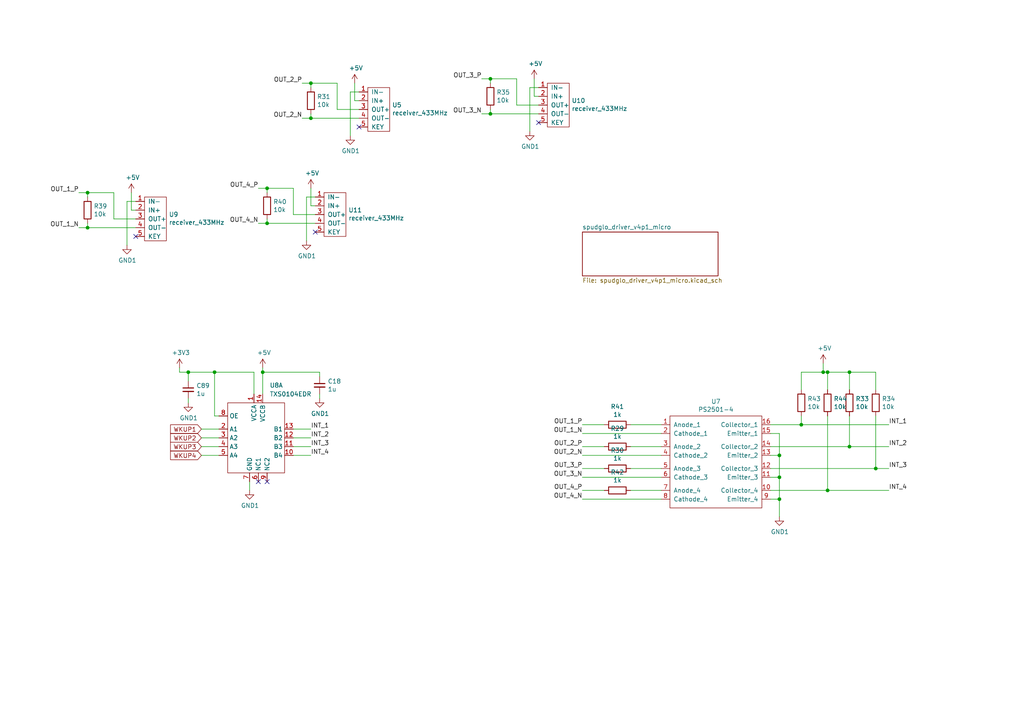
<source format=kicad_sch>
(kicad_sch (version 20211123) (generator eeschema)
  (paper "A4")
  (lib_symbols
    (symbol "Device:C_Small" (pin_numbers hide) (pin_names (offset 0.254) hide)
      (property "Reference" "C" (at 0.254 1.778 0))
      (property "Value" "C_Small" (at 0.254 -2.032 0))
      (symbol "C_Small_0_1"
        (polyline (pts (xy -1.524 -0.508) (xy 1.524 -0.508)) (stroke (width 0.3302)))
        (polyline (pts (xy -1.524 0.508) (xy 1.524 0.508)) (stroke (width 0.3048)))
      )
      (symbol "C_Small_1_1"
        (pin passive line (at 0 2.54 270) (length 2.032) (name "~") (number "1"))
        (pin passive line (at 0 -2.54 90) (length 2.032) (name "~") (number "2"))
      )
    )
    (symbol "Device:R" (pin_numbers hide) (pin_names (offset 0))
      (property "Reference" "R" (at 2.032 0 90))
      (property "Value" "R" (at 0 0 90))
      (symbol "R_0_1"
        (rectangle (start -1.016 -2.54) (end 1.016 2.54) (stroke (width 0.254)))
      )
      (symbol "R_1_1"
        (pin passive line (at 0 3.81 270) (length 1.27) (name "~") (number "1"))
        (pin passive line (at 0 -3.81 90) (length 1.27) (name "~") (number "2"))
      )
    )
    (symbol "power:+5V" (power) (pin_names (offset 0))
      (property "Value" "+5V" (at 0 3.556 0))
      (symbol "+5V_0_1"
        (polyline (pts (xy -0.762 1.27) (xy 0 2.54)))
        (polyline (pts (xy 0 0) (xy 0 2.54)))
        (polyline (pts (xy 0 2.54) (xy 0.762 1.27)))
      )
      (symbol "+5V_1_1"
        (pin power_in line (at 0 0 90) (length 0) hide (name "+5V") (number "1"))
      )
    )
    (symbol "power:GND1" (power) (pin_names (offset 0))
      (property "Value" "GND1" (at 0 -3.81 0))
      (symbol "GND1_0_1"
        (polyline (pts (xy 0 0) (xy 0 -1.27) (xy 1.27 -1.27) (xy 0 -2.54) (xy -1.27 -1.27) (xy 0 -1.27)))
      )
      (symbol "GND1_1_1"
        (pin power_in line (at 0 0 270) (length 0) hide (name "GND1") (number "1"))
      )
    )
    (symbol "spudglo_driver_v3p1-rescue:+3.3V-power" (power) (pin_names (offset 0))
      (property "Value" "+3.3V-power" (at 0 3.556 0))
      (symbol "+3.3V-power_0_1"
        (polyline (pts (xy -0.762 1.27) (xy 0 2.54)))
        (polyline (pts (xy 0 0) (xy 0 2.54)))
        (polyline (pts (xy 0 2.54) (xy 0.762 1.27)))
      )
      (symbol "+3.3V-power_1_1"
        (pin power_in line (at 0 0 90) (length 0) hide (name "+3V3") (number "1"))
      )
    )
    (symbol "spudglo_driver_v3p1-rescue:PS2501-4-srw_custom" (pin_names (offset 1.016))
      (property "Reference" "U" (at 0 0 0))
      (property "Value" "PS2501-4-srw_custom" (at 1.27 -31.75 0))
      (symbol "PS2501-4-srw_custom_0_1"
        (rectangle (start 0 -2.54) (end 26.67 -29.21))
      )
      (symbol "PS2501-4-srw_custom_1_1"
        (pin input line (at -2.54 -5.08 0) (length 2.54) (name "Anode_1") (number "1"))
        (pin input line (at 29.21 -24.13 180) (length 2.54) (name "Collector_4") (number "10"))
        (pin input line (at 29.21 -20.32 180) (length 2.54) (name "Emitter_3") (number "11"))
        (pin input line (at 29.21 -17.78 180) (length 2.54) (name "Collector_3") (number "12"))
        (pin input line (at 29.21 -13.97 180) (length 2.54) (name "Emitter_2") (number "13"))
        (pin input line (at 29.21 -11.43 180) (length 2.54) (name "Collector_2") (number "14"))
        (pin input line (at 29.21 -7.62 180) (length 2.54) (name "Emitter_1") (number "15"))
        (pin input line (at 29.21 -5.08 180) (length 2.54) (name "Collector_1") (number "16"))
        (pin input line (at -2.54 -7.62 0) (length 2.54) (name "Cathode_1") (number "2"))
        (pin input line (at -2.54 -11.43 0) (length 2.54) (name "Anode_2") (number "3"))
        (pin input line (at -2.54 -13.97 0) (length 2.54) (name "Cathode_2") (number "4"))
        (pin input line (at -2.54 -17.78 0) (length 2.54) (name "Anode_3") (number "5"))
        (pin input line (at -2.54 -20.32 0) (length 2.54) (name "Cathode_3") (number "6"))
        (pin input line (at -2.54 -24.13 0) (length 2.54) (name "Anode_4") (number "7"))
        (pin input line (at -2.54 -26.67 0) (length 2.54) (name "Cathode_4") (number "8"))
        (pin input line (at 29.21 -26.67 180) (length 2.54) (name "Emitter_4") (number "9"))
      )
    )
    (symbol "spudglo_driver_v3p1-rescue:receiver_433MHz-srw_custom" (pin_names (offset 1.016))
      (property "Reference" "U" (at 0 0 0))
      (property "Value" "receiver_433MHz-srw_custom" (at 2.54 -20.32 0))
      (symbol "receiver_433MHz-srw_custom_0_1"
        (rectangle (start 2.54 -2.54) (end 8.89 -15.24))
      )
      (symbol "receiver_433MHz-srw_custom_1_1"
        (pin input line (at 0 -3.81 0) (length 2.54) (name "IN-") (number "1"))
        (pin input line (at 0 -6.35 0) (length 2.54) (name "IN+") (number "2"))
        (pin input line (at 0 -8.89 0) (length 2.54) (name "OUT+") (number "3"))
        (pin input line (at 0 -11.43 0) (length 2.54) (name "OUT-") (number "4"))
        (pin input line (at 0 -13.97 0) (length 2.54) (name "KEY") (number "5"))
      )
    )
    (symbol "srw_custom:TXS0104EDR"
      (property "Reference" "U" (at 1.27 1.27 0))
      (property "Value" "TXS0104EDR" (at 20.32 -22.86 0))
      (symbol "TXS0104EDR_0_1"
        (rectangle (start 0 0) (end 16.51 -20.32))
      )
      (symbol "TXS0104EDR_1_1"
        (pin input line (at 7.62 2.54 270) (length 2.54) (name "VCCA") (number "1"))
        (pin input line (at 19.05 -15.24 180) (length 2.54) (name "B4") (number "10"))
        (pin input line (at 19.05 -12.7 180) (length 2.54) (name "B3") (number "11"))
        (pin input line (at 19.05 -10.16 180) (length 2.54) (name "B2") (number "12"))
        (pin input line (at 19.05 -7.62 180) (length 2.54) (name "B1") (number "13"))
        (pin input line (at 10.16 2.54 270) (length 2.54) (name "VCCB") (number "14"))
        (pin input line (at -2.54 -7.62 0) (length 2.54) (name "A1") (number "2"))
        (pin input line (at -2.54 -10.16 0) (length 2.54) (name "A2") (number "3"))
        (pin input line (at -2.54 -12.7 0) (length 2.54) (name "A3") (number "4"))
        (pin input line (at -2.54 -15.24 0) (length 2.54) (name "A4") (number "5"))
        (pin input line (at 8.89 -22.86 90) (length 2.54) (name "NC1") (number "6"))
        (pin input line (at 6.35 -22.86 90) (length 2.54) (name "GND") (number "7"))
        (pin input line (at -2.54 -3.81 0) (length 2.54) (name "OE") (number "8"))
        (pin input line (at 11.43 -22.86 90) (length 2.54) (name "NC2") (number "9"))
      )
      (symbol "TXS0104EDR_2_1"
        (pin input line (at -2.54 -7.62 0) (length 2.54) (name "A1") (number "1-UB"))
      )
      (symbol "TXS0104EDR_3_1"
        (pin input line (at -2.54 -7.62 0) (length 2.54) (name "A1") (number "1-UC"))
      )
      (symbol "TXS0104EDR_4_1"
        (pin input line (at -2.54 -7.62 0) (length 2.54) (name "A1") (number "1-UD"))
      )
      (symbol "TXS0104EDR_5_1"
        (pin input line (at -2.54 -7.62 0) (length 2.54) (name "A1") (number "1-UE"))
      )
      (symbol "TXS0104EDR_6_1"
        (pin input line (at -2.54 -7.62 0) (length 2.54) (name "A1") (number "1-UF"))
      )
      (symbol "TXS0104EDR_7_1"
        (pin input line (at -2.54 -7.62 0) (length 2.54) (name "A1") (number "1-UG"))
      )
      (symbol "TXS0104EDR_8_1"
        (pin input line (at -2.54 -7.62 0) (length 2.54) (name "A1") (number "1-UH"))
      )
      (symbol "TXS0104EDR_9_1"
        (pin input line (at -2.54 -7.62 0) (length 2.54) (name "A1") (number "1-UI"))
      )
      (symbol "TXS0104EDR_10_1"
        (pin input line (at -2.54 -7.62 0) (length 2.54) (name "A1") (number "1-UJ"))
      )
      (symbol "TXS0104EDR_11_1"
        (pin input line (at -2.54 -7.62 0) (length 2.54) (name "A1") (number "1-UK"))
      )
      (symbol "TXS0104EDR_12_1"
        (pin input line (at -2.54 -7.62 0) (length 2.54) (name "A1") (number "1-UL"))
      )
      (symbol "TXS0104EDR_13_1"
        (pin input line (at -2.54 -7.62 0) (length 2.54) (name "A1") (number "1-UM"))
      )
      (symbol "TXS0104EDR_14_1"
        (pin input line (at -2.54 -7.62 0) (length 2.54) (name "A1") (number "1-UN"))
      )
    )
  )
  (junction (at 226.06 132.08))
  (junction (at 54.61 107.95))
  (junction (at 226.06 144.78))
  (junction (at 77.47 54.61))
  (junction (at 77.47 64.77))
  (junction (at 90.17 24.13))
  (junction (at 76.2 107.95))
  (junction (at 246.38 129.54))
  (junction (at 232.41 123.19))
  (junction (at 62.23 107.95))
  (junction (at 240.03 142.24))
  (junction (at 142.24 33.02))
  (junction (at 240.03 107.95))
  (junction (at 226.06 138.43))
  (junction (at 254 135.89))
  (junction (at 25.4 66.04))
  (junction (at 238.76 107.95))
  (junction (at 246.38 107.95))
  (junction (at 142.24 22.86))
  (junction (at 25.4 55.88))
  (junction (at 90.17 34.29))
  (no_connect (at 91.44 67.31))
  (no_connect (at 156.21 35.56))
  (no_connect (at 39.37 68.58))
  (no_connect (at 74.93 139.7))
  (no_connect (at 77.47 139.7))
  (no_connect (at 104.14 36.83))
  (wire (pts (xy 58.42 129.54) (xy 63.5 129.54)))
  (wire (pts (xy 226.06 132.08) (xy 223.52 132.08)))
  (wire (pts (xy 97.79 31.75) (xy 97.79 24.13)))
  (wire (pts (xy 156.21 27.94) (xy 154.94 27.94)))
  (wire (pts (xy 240.03 107.95) (xy 246.38 107.95)))
  (wire (pts (xy 191.77 144.78) (xy 168.91 144.78)))
  (wire (pts (xy 246.38 129.54) (xy 257.81 129.54)))
  (wire (pts (xy 90.17 34.29) (xy 90.17 33.02)))
  (wire (pts (xy 85.09 62.23) (xy 85.09 54.61)))
  (wire (pts (xy 223.52 123.19) (xy 232.41 123.19)))
  (wire (pts (xy 85.09 129.54) (xy 90.17 129.54)))
  (wire (pts (xy 58.42 127) (xy 63.5 127)))
  (wire (pts (xy 246.38 113.03) (xy 246.38 107.95)))
  (wire (pts (xy 191.77 135.89) (xy 182.88 135.89)))
  (wire (pts (xy 153.67 25.4) (xy 153.67 38.1)))
  (wire (pts (xy 33.02 55.88) (xy 25.4 55.88)))
  (wire (pts (xy 240.03 120.65) (xy 240.03 142.24)))
  (wire (pts (xy 22.86 66.04) (xy 25.4 66.04)))
  (wire (pts (xy 97.79 24.13) (xy 90.17 24.13)))
  (wire (pts (xy 90.17 132.08) (xy 85.09 132.08)))
  (wire (pts (xy 223.52 129.54) (xy 246.38 129.54)))
  (wire (pts (xy 25.4 55.88) (xy 25.4 57.15)))
  (wire (pts (xy 91.44 64.77) (xy 77.47 64.77)))
  (wire (pts (xy 142.24 33.02) (xy 142.24 31.75)))
  (wire (pts (xy 54.61 110.49) (xy 54.61 107.95)))
  (wire (pts (xy 254 107.95) (xy 254 113.03)))
  (wire (pts (xy 39.37 60.96) (xy 38.1 60.96)))
  (wire (pts (xy 77.47 64.77) (xy 77.47 63.5)))
  (wire (pts (xy 92.71 109.22) (xy 92.71 107.95)))
  (wire (pts (xy 240.03 142.24) (xy 257.81 142.24)))
  (wire (pts (xy 39.37 58.42) (xy 36.83 58.42)))
  (wire (pts (xy 74.93 64.77) (xy 77.47 64.77)))
  (wire (pts (xy 85.09 124.46) (xy 90.17 124.46)))
  (wire (pts (xy 232.41 120.65) (xy 232.41 123.19)))
  (wire (pts (xy 39.37 66.04) (xy 25.4 66.04)))
  (wire (pts (xy 104.14 26.67) (xy 101.6 26.67)))
  (wire (pts (xy 226.06 144.78) (xy 226.06 149.86)))
  (wire (pts (xy 238.76 107.95) (xy 232.41 107.95)))
  (wire (pts (xy 33.02 63.5) (xy 33.02 55.88)))
  (wire (pts (xy 62.23 107.95) (xy 62.23 120.65)))
  (wire (pts (xy 191.77 132.08) (xy 168.91 132.08)))
  (wire (pts (xy 246.38 107.95) (xy 254 107.95)))
  (wire (pts (xy 156.21 33.02) (xy 142.24 33.02)))
  (wire (pts (xy 142.24 22.86) (xy 142.24 24.13)))
  (wire (pts (xy 149.86 22.86) (xy 142.24 22.86)))
  (wire (pts (xy 72.39 139.7) (xy 72.39 142.24)))
  (wire (pts (xy 226.06 125.73) (xy 223.52 125.73)))
  (wire (pts (xy 91.44 59.69) (xy 90.17 59.69)))
  (wire (pts (xy 104.14 34.29) (xy 90.17 34.29)))
  (wire (pts (xy 226.06 138.43) (xy 226.06 144.78)))
  (wire (pts (xy 156.21 25.4) (xy 153.67 25.4)))
  (wire (pts (xy 91.44 57.15) (xy 88.9 57.15)))
  (wire (pts (xy 175.26 135.89) (xy 168.91 135.89)))
  (wire (pts (xy 76.2 107.95) (xy 92.71 107.95)))
  (wire (pts (xy 38.1 60.96) (xy 38.1 55.88)))
  (wire (pts (xy 223.52 135.89) (xy 254 135.89)))
  (wire (pts (xy 77.47 54.61) (xy 74.93 54.61)))
  (wire (pts (xy 91.44 62.23) (xy 85.09 62.23)))
  (wire (pts (xy 101.6 26.67) (xy 101.6 39.37)))
  (wire (pts (xy 87.63 34.29) (xy 90.17 34.29)))
  (wire (pts (xy 175.26 129.54) (xy 168.91 129.54)))
  (wire (pts (xy 104.14 29.21) (xy 102.87 29.21)))
  (wire (pts (xy 54.61 107.95) (xy 62.23 107.95)))
  (wire (pts (xy 76.2 107.95) (xy 76.2 114.3)))
  (wire (pts (xy 58.42 132.08) (xy 63.5 132.08)))
  (wire (pts (xy 232.41 107.95) (xy 232.41 113.03)))
  (wire (pts (xy 139.7 33.02) (xy 142.24 33.02)))
  (wire (pts (xy 102.87 29.21) (xy 102.87 24.13)))
  (wire (pts (xy 54.61 116.84) (xy 54.61 115.57)))
  (wire (pts (xy 254 120.65) (xy 254 135.89)))
  (wire (pts (xy 191.77 142.24) (xy 182.88 142.24)))
  (wire (pts (xy 223.52 142.24) (xy 240.03 142.24)))
  (wire (pts (xy 90.17 24.13) (xy 90.17 25.4)))
  (wire (pts (xy 25.4 55.88) (xy 22.86 55.88)))
  (wire (pts (xy 52.07 107.95) (xy 52.07 106.68)))
  (wire (pts (xy 240.03 113.03) (xy 240.03 107.95)))
  (wire (pts (xy 191.77 125.73) (xy 168.91 125.73)))
  (wire (pts (xy 92.71 115.57) (xy 92.71 114.3)))
  (wire (pts (xy 76.2 106.68) (xy 76.2 107.95)))
  (wire (pts (xy 175.26 123.19) (xy 168.91 123.19)))
  (wire (pts (xy 73.66 107.95) (xy 73.66 114.3)))
  (wire (pts (xy 223.52 138.43) (xy 226.06 138.43)))
  (wire (pts (xy 226.06 138.43) (xy 226.06 132.08)))
  (wire (pts (xy 149.86 30.48) (xy 149.86 22.86)))
  (wire (pts (xy 85.09 54.61) (xy 77.47 54.61)))
  (wire (pts (xy 191.77 138.43) (xy 168.91 138.43)))
  (wire (pts (xy 246.38 120.65) (xy 246.38 129.54)))
  (wire (pts (xy 238.76 107.95) (xy 238.76 105.41)))
  (wire (pts (xy 90.17 59.69) (xy 90.17 54.61)))
  (wire (pts (xy 90.17 24.13) (xy 87.63 24.13)))
  (wire (pts (xy 39.37 63.5) (xy 33.02 63.5)))
  (wire (pts (xy 25.4 66.04) (xy 25.4 64.77)))
  (wire (pts (xy 175.26 142.24) (xy 168.91 142.24)))
  (wire (pts (xy 154.94 27.94) (xy 154.94 22.86)))
  (wire (pts (xy 62.23 107.95) (xy 73.66 107.95)))
  (wire (pts (xy 54.61 107.95) (xy 52.07 107.95)))
  (wire (pts (xy 156.21 30.48) (xy 149.86 30.48)))
  (wire (pts (xy 223.52 144.78) (xy 226.06 144.78)))
  (wire (pts (xy 36.83 58.42) (xy 36.83 71.12)))
  (wire (pts (xy 254 135.89) (xy 257.81 135.89)))
  (wire (pts (xy 226.06 132.08) (xy 226.06 125.73)))
  (wire (pts (xy 90.17 127) (xy 85.09 127)))
  (wire (pts (xy 191.77 123.19) (xy 182.88 123.19)))
  (wire (pts (xy 238.76 107.95) (xy 240.03 107.95)))
  (wire (pts (xy 104.14 31.75) (xy 97.79 31.75)))
  (wire (pts (xy 58.42 124.46) (xy 63.5 124.46)))
  (wire (pts (xy 232.41 123.19) (xy 257.81 123.19)))
  (wire (pts (xy 142.24 22.86) (xy 139.7 22.86)))
  (wire (pts (xy 77.47 54.61) (xy 77.47 55.88)))
  (wire (pts (xy 62.23 120.65) (xy 63.5 120.65)))
  (wire (pts (xy 88.9 57.15) (xy 88.9 69.85)))
  (wire (pts (xy 182.88 129.54) (xy 191.77 129.54)))
  (label "INT_3" (at 90.17 129.54 0))
  (label "OUT_2_P" (at 87.63 24.13 180))
  (label "INT_4" (at 257.81 142.24 0))
  (label "OUT_4_N" (at 74.93 64.77 180))
  (label "OUT_3_P" (at 168.91 135.89 180))
  (label "INT_2" (at 90.17 127 0))
  (label "OUT_4_P" (at 168.91 142.24 180))
  (label "OUT_1_P" (at 22.86 55.88 180))
  (label "OUT_2_P" (at 168.91 129.54 180))
  (label "OUT_1_P" (at 168.91 123.19 180))
  (label "INT_4" (at 90.17 132.08 0))
  (label "OUT_3_N" (at 139.7 33.02 180))
  (label "INT_1" (at 257.81 123.19 0))
  (label "INT_3" (at 257.81 135.89 0))
  (label "OUT_1_N" (at 22.86 66.04 180))
  (label "OUT_3_P" (at 139.7 22.86 180))
  (label "OUT_4_N" (at 168.91 144.78 180))
  (label "INT_1" (at 90.17 124.46 0))
  (label "OUT_2_N" (at 168.91 132.08 180))
  (label "OUT_2_N" (at 87.63 34.29 180))
  (label "OUT_1_N" (at 168.91 125.73 180))
  (label "OUT_4_P" (at 74.93 54.61 180))
  (label "INT_2" (at 257.81 129.54 0))
  (label "OUT_3_N" (at 168.91 138.43 180))
  (global_label "WKUP4" (shape input) (at 58.42 132.08 180) (property "Intersheet References" "${INTERSHEET_REFS}" (effects hide)))
  (global_label "WKUP1" (shape input) (at 58.42 124.46 180) (property "Intersheet References" "${INTERSHEET_REFS}" (effects hide)))
  (global_label "WKUP3" (shape input) (at 58.42 129.54 180) (property "Intersheet References" "${INTERSHEET_REFS}" (effects hide)))
  (global_label "WKUP2" (shape input) (at 58.42 127 180) (property "Intersheet References" "${INTERSHEET_REFS}" (effects hide)))
  (symbol (lib_id "spudglo_driver_v3p1-rescue:PS2501-4-srw_custom") (at 194.31 118.11 0) (unit 1)
    (property "Reference" "U7" (at 207.645 116.459 0))
    (property "Value" "PS2501-4" (at 207.645 118.7704 0))
    (property "Footprint" "Package_DIP:DIP-16_W7.62mm_LongPads" (effects hide))
  )
  (symbol (lib_id "Device:R") (at 179.07 129.54 270) (unit 1)
    (property "Reference" "R29" (at 179.07 124.2822 90))
    (property "Value" "1k" (at 179.07 126.5936 90))
    (property "Footprint" "Resistor_SMD:R_0603_1608Metric_Pad1.05x0.95mm_HandSolder" (effects hide))
  )
  (symbol (lib_id "Device:R") (at 179.07 135.89 270) (unit 1)
    (property "Reference" "R30" (at 179.07 130.6322 90))
    (property "Value" "1k" (at 179.07 132.9436 90))
    (property "Footprint" "Resistor_SMD:R_0603_1608Metric_Pad1.05x0.95mm_HandSolder" (effects hide))
  )
  (symbol (lib_id "Device:R") (at 246.38 116.84 0) (unit 1)
    (property "Reference" "R33" (at 248.158 115.6716 0) (effects (justify left)))
    (property "Value" "10k" (at 248.158 117.983 0) (effects (justify left)))
    (property "Footprint" "Resistor_SMD:R_0603_1608Metric_Pad1.05x0.95mm_HandSolder" (effects hide))
  )
  (symbol (lib_id "Device:R") (at 254 116.84 0) (unit 1)
    (property "Reference" "R34" (at 255.778 115.6716 0) (effects (justify left)))
    (property "Value" "10k" (at 255.778 117.983 0) (effects (justify left)))
    (property "Footprint" "Resistor_SMD:R_0603_1608Metric_Pad1.05x0.95mm_HandSolder" (effects hide))
  )
  (symbol (lib_id "power:+5V") (at 238.76 105.41 0) (unit 1)
    (property "Reference" "#PWR0115" (effects hide))
    (property "Value" "+5V" (at 239.141 101.0158 0))
  )
  (symbol (lib_id "spudglo_driver_v3p1-rescue:receiver_433MHz-srw_custom") (at 104.14 22.86 0) (unit 1)
    (property "Reference" "U5" (at 113.7412 30.4546 0) (effects (justify left)))
    (property "Value" "receiver_433MHz" (at 113.7412 32.766 0) (effects (justify left)))
    (property "Footprint" "Connector_PinHeader_2.54mm:PinHeader_1x05_P2.54mm_Vertical" (effects hide))
  )
  (symbol (lib_id "power:+5V") (at 102.87 24.13 0) (unit 1)
    (property "Reference" "#PWR0136" (effects hide))
    (property "Value" "+5V" (at 103.251 19.7358 0))
  )
  (symbol (lib_id "Device:R") (at 90.17 29.21 0) (unit 1)
    (property "Reference" "R31" (at 91.948 28.0416 0) (effects (justify left)))
    (property "Value" "10k" (at 91.948 30.353 0) (effects (justify left)))
    (property "Footprint" "Resistor_SMD:R_0603_1608Metric_Pad1.05x0.95mm_HandSolder" (effects hide))
  )
  (symbol (lib_id "spudglo_driver_v3p1-rescue:receiver_433MHz-srw_custom") (at 156.21 21.59 0) (unit 1)
    (property "Reference" "U10" (at 165.8112 29.1846 0) (effects (justify left)))
    (property "Value" "receiver_433MHz" (at 165.8112 31.496 0) (effects (justify left)))
    (property "Footprint" "Connector_PinHeader_2.54mm:PinHeader_1x05_P2.54mm_Vertical" (effects hide))
  )
  (symbol (lib_id "power:+5V") (at 154.94 22.86 0) (unit 1)
    (property "Reference" "#PWR0138" (effects hide))
    (property "Value" "+5V" (at 155.321 18.4658 0))
  )
  (symbol (lib_id "Device:R") (at 142.24 27.94 0) (unit 1)
    (property "Reference" "R35" (at 144.018 26.7716 0) (effects (justify left)))
    (property "Value" "10k" (at 144.018 29.083 0) (effects (justify left)))
    (property "Footprint" "Resistor_SMD:R_0603_1608Metric_Pad1.05x0.95mm_HandSolder" (effects hide))
  )
  (symbol (lib_id "power:GND1") (at 226.06 149.86 0) (unit 1)
    (property "Reference" "#PWR011" (effects hide))
    (property "Value" "GND1" (at 226.187 154.2542 0))
  )
  (symbol (lib_id "power:GND1") (at 101.6 39.37 0) (unit 1)
    (property "Reference" "#PWR09" (effects hide))
    (property "Value" "GND1" (at 101.727 43.7642 0))
  )
  (symbol (lib_id "power:GND1") (at 153.67 38.1 0) (unit 1)
    (property "Reference" "#PWR012" (effects hide))
    (property "Value" "GND1" (at 153.797 42.4942 0))
  )
  (symbol (lib_id "spudglo_driver_v3p1-rescue:receiver_433MHz-srw_custom") (at 39.37 54.61 0) (unit 1)
    (property "Reference" "U9" (at 48.9712 62.2046 0) (effects (justify left)))
    (property "Value" "receiver_433MHz" (at 48.9712 64.516 0) (effects (justify left)))
    (property "Footprint" "Connector_PinHeader_2.54mm:PinHeader_1x05_P2.54mm_Vertical" (effects hide))
  )
  (symbol (lib_id "power:+5V") (at 38.1 55.88 0) (unit 1)
    (property "Reference" "#PWR017" (effects hide))
    (property "Value" "+5V" (at 38.481 51.4858 0))
  )
  (symbol (lib_id "Device:R") (at 25.4 60.96 0) (unit 1)
    (property "Reference" "R39" (at 27.178 59.7916 0) (effects (justify left)))
    (property "Value" "10k" (at 27.178 62.103 0) (effects (justify left)))
    (property "Footprint" "Resistor_SMD:R_0603_1608Metric_Pad1.05x0.95mm_HandSolder" (effects hide))
  )
  (symbol (lib_id "spudglo_driver_v3p1-rescue:receiver_433MHz-srw_custom") (at 91.44 53.34 0) (unit 1)
    (property "Reference" "U11" (at 101.0412 60.9346 0) (effects (justify left)))
    (property "Value" "receiver_433MHz" (at 101.0412 63.246 0) (effects (justify left)))
    (property "Footprint" "Connector_PinHeader_2.54mm:PinHeader_1x05_P2.54mm_Vertical" (effects hide))
  )
  (symbol (lib_id "power:+5V") (at 90.17 54.61 0) (unit 1)
    (property "Reference" "#PWR019" (effects hide))
    (property "Value" "+5V" (at 90.551 50.2158 0))
  )
  (symbol (lib_id "Device:R") (at 77.47 59.69 0) (unit 1)
    (property "Reference" "R40" (at 79.248 58.5216 0) (effects (justify left)))
    (property "Value" "10k" (at 79.248 60.833 0) (effects (justify left)))
    (property "Footprint" "Resistor_SMD:R_0603_1608Metric_Pad1.05x0.95mm_HandSolder" (effects hide))
  )
  (symbol (lib_id "power:GND1") (at 36.83 71.12 0) (unit 1)
    (property "Reference" "#PWR016" (effects hide))
    (property "Value" "GND1" (at 36.957 75.5142 0))
  )
  (symbol (lib_id "power:GND1") (at 88.9 69.85 0) (unit 1)
    (property "Reference" "#PWR018" (effects hide))
    (property "Value" "GND1" (at 89.027 74.2442 0))
  )
  (symbol (lib_id "Device:R") (at 179.07 142.24 270) (unit 1)
    (property "Reference" "R42" (at 179.07 136.9822 90))
    (property "Value" "1k" (at 179.07 139.2936 90))
    (property "Footprint" "Resistor_SMD:R_0603_1608Metric_Pad1.05x0.95mm_HandSolder" (effects hide))
  )
  (symbol (lib_id "Device:R") (at 179.07 123.19 270) (unit 1)
    (property "Reference" "R41" (at 179.07 117.9322 90))
    (property "Value" "1k" (at 179.07 120.2436 90))
    (property "Footprint" "Resistor_SMD:R_0603_1608Metric_Pad1.05x0.95mm_HandSolder" (effects hide))
  )
  (symbol (lib_id "Device:R") (at 232.41 116.84 0) (unit 1)
    (property "Reference" "R43" (at 234.188 115.6716 0) (effects (justify left)))
    (property "Value" "10k" (at 234.188 117.983 0) (effects (justify left)))
    (property "Footprint" "Resistor_SMD:R_0603_1608Metric_Pad1.05x0.95mm_HandSolder" (effects hide))
  )
  (symbol (lib_id "Device:R") (at 240.03 116.84 0) (unit 1)
    (property "Reference" "R44" (at 241.808 115.6716 0) (effects (justify left)))
    (property "Value" "10k" (at 241.808 117.983 0) (effects (justify left)))
    (property "Footprint" "Resistor_SMD:R_0603_1608Metric_Pad1.05x0.95mm_HandSolder" (effects hide))
  )
  (symbol (lib_id "power:GND1") (at 92.71 115.57 0) (unit 1)
    (property "Reference" "#PWR0117" (effects hide))
    (property "Value" "GND1" (at 92.837 119.9642 0))
  )
  (symbol (lib_id "Device:C_Small") (at 54.61 113.03 0) (unit 1)
    (property "Reference" "C89" (at 56.9468 111.8616 0) (effects (justify left)))
    (property "Value" "1u" (at 56.9468 114.173 0) (effects (justify left)))
    (property "Footprint" "Capacitor_SMD:C_0603_1608Metric_Pad1.08x0.95mm_HandSolder" (effects hide))
  )
  (symbol (lib_id "power:GND1") (at 54.61 116.84 0) (unit 1)
    (property "Reference" "#PWR0120" (effects hide))
    (property "Value" "GND1" (at 54.737 121.2342 0))
  )
  (symbol (lib_id "spudglo_driver_v3p1-rescue:+3.3V-power") (at 52.07 106.68 0) (unit 1)
    (property "Reference" "#PWR0116" (effects hide))
    (property "Value" "+3.3V" (at 52.451 102.2858 0))
  )
  (symbol (lib_id "Device:C_Small") (at 92.71 111.76 0) (unit 1)
    (property "Reference" "C18" (at 95.0468 110.5916 0) (effects (justify left)))
    (property "Value" "1u" (at 95.0468 112.903 0) (effects (justify left)))
    (property "Footprint" "Capacitor_SMD:C_0603_1608Metric_Pad1.05x0.95mm_HandSolder" (effects hide))
  )
  (symbol (lib_id "power:GND1") (at 72.39 142.24 0) (unit 1)
    (property "Reference" "#PWR0119" (effects hide))
    (property "Value" "GND1" (at 72.517 146.6342 0))
  )
  (symbol (lib_id "srw_custom:TXS0104EDR") (at 66.04 116.84 0) (unit 1)
    (property "Reference" "U8" (at 78.2194 111.76 0) (effects (justify left)))
    (property "Value" "TXS0104EDR" (at 78.2194 114.3 0) (effects (justify left)))
    (property "Footprint" "Package_SO:SOIC-14_3.9x8.7mm_P1.27mm" (effects hide))
  )
  (symbol (lib_id "power:+5V") (at 76.2 106.68 0) (unit 1)
    (property "Reference" "#PWR0118" (effects hide))
    (property "Value" "+5V" (at 76.581 102.2858 0))
  )
  (sheet (at 168.91 67.31) (size 39.37 12.7) (stroke (width 0.1524))
    (property "Sheet name" "spudglo_driver_v4p1_micro" (at 168.91 66.5984 0) (effects (justify left bottom)))
    (property "Sheet file" "spudglo_driver_v4p1_micro.kicad_sch" (at 168.91 80.5946 0) (effects (justify left top)))
  )
)
</source>
